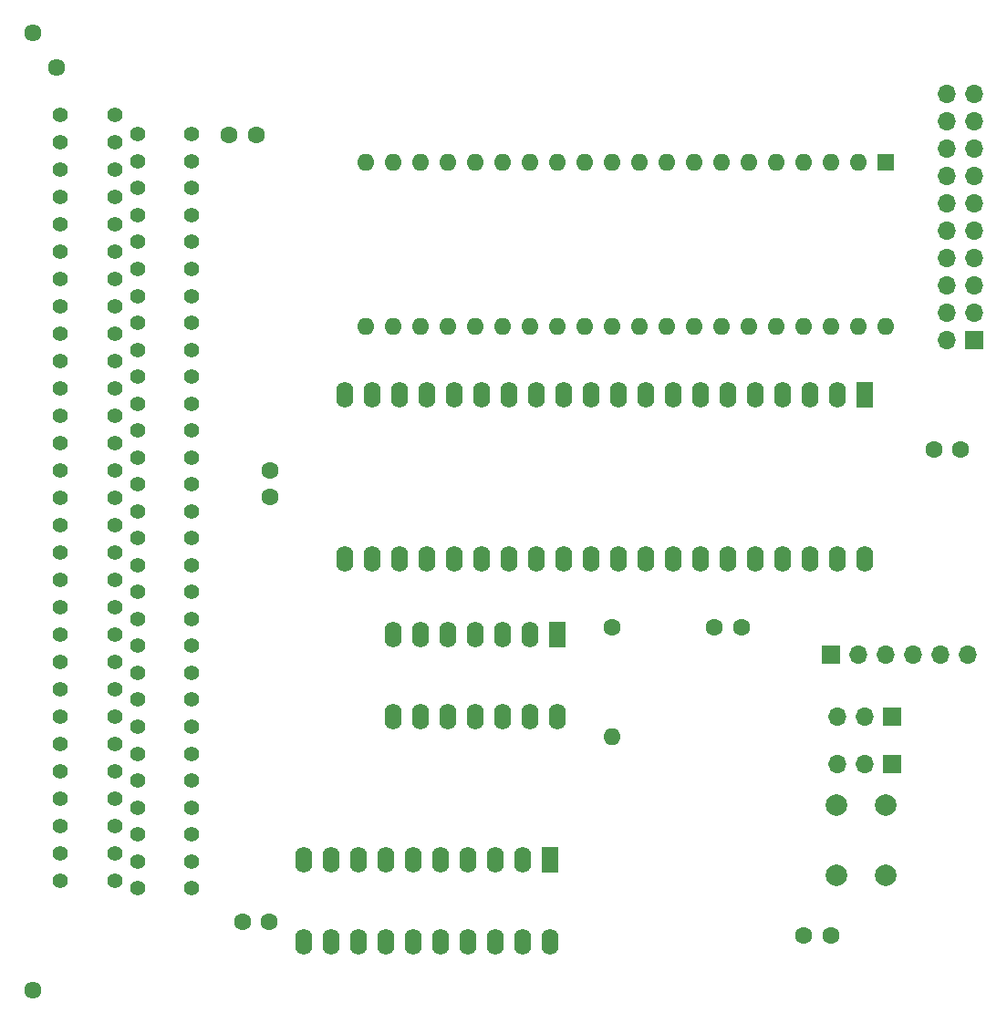
<source format=gbr>
%TF.GenerationSoftware,KiCad,Pcbnew,(5.1.10)-1*%
%TF.CreationDate,2022-02-23T07:42:32+01:00*%
%TF.ProjectId,VDIP2,56444950-322e-46b6-9963-61645f706362,rev?*%
%TF.SameCoordinates,Original*%
%TF.FileFunction,Soldermask,Top*%
%TF.FilePolarity,Negative*%
%FSLAX46Y46*%
G04 Gerber Fmt 4.6, Leading zero omitted, Abs format (unit mm)*
G04 Created by KiCad (PCBNEW (5.1.10)-1) date 2022-02-23 07:42:32*
%MOMM*%
%LPD*%
G01*
G04 APERTURE LIST*
%ADD10C,1.600000*%
%ADD11C,2.000000*%
%ADD12O,1.700000X1.700000*%
%ADD13R,1.700000X1.700000*%
%ADD14R,1.600000X2.400000*%
%ADD15O,1.600000X2.400000*%
%ADD16O,1.600000X1.600000*%
%ADD17R,1.600000X1.600000*%
%ADD18C,1.610000*%
%ADD19C,1.400000*%
G04 APERTURE END LIST*
D10*
%TO.C,C1006*%
X153670000Y-144780000D03*
X151170000Y-144780000D03*
%TD*%
%TO.C,C1005*%
X101560000Y-143510000D03*
X99060000Y-143510000D03*
%TD*%
%TO.C,C1004*%
X142875000Y-116205000D03*
X145375000Y-116205000D03*
%TD*%
%TO.C,C1003*%
X165735000Y-99695000D03*
X163235000Y-99695000D03*
%TD*%
%TO.C,C1002*%
X97830000Y-70485000D03*
X100330000Y-70485000D03*
%TD*%
%TO.C,C1001*%
X101600000Y-104100000D03*
X101600000Y-101600000D03*
%TD*%
D11*
%TO.C,SW1001*%
X158750000Y-139215000D03*
X154250000Y-139215000D03*
X158750000Y-132715000D03*
X154250000Y-132715000D03*
%TD*%
D12*
%TO.C,J1004*%
X154305000Y-128905000D03*
X156845000Y-128905000D03*
D13*
X159385000Y-128905000D03*
%TD*%
D14*
%TO.C,U1003*%
X156845000Y-94615000D03*
D15*
X108585000Y-109855000D03*
X154305000Y-94615000D03*
X111125000Y-109855000D03*
X151765000Y-94615000D03*
X113665000Y-109855000D03*
X149225000Y-94615000D03*
X116205000Y-109855000D03*
X146685000Y-94615000D03*
X118745000Y-109855000D03*
X144145000Y-94615000D03*
X121285000Y-109855000D03*
X141605000Y-94615000D03*
X123825000Y-109855000D03*
X139065000Y-94615000D03*
X126365000Y-109855000D03*
X136525000Y-94615000D03*
X128905000Y-109855000D03*
X133985000Y-94615000D03*
X131445000Y-109855000D03*
X131445000Y-94615000D03*
X133985000Y-109855000D03*
X128905000Y-94615000D03*
X136525000Y-109855000D03*
X126365000Y-94615000D03*
X139065000Y-109855000D03*
X123825000Y-94615000D03*
X141605000Y-109855000D03*
X121285000Y-94615000D03*
X144145000Y-109855000D03*
X118745000Y-94615000D03*
X146685000Y-109855000D03*
X116205000Y-94615000D03*
X149225000Y-109855000D03*
X113665000Y-94615000D03*
X151765000Y-109855000D03*
X111125000Y-94615000D03*
X154305000Y-109855000D03*
X108585000Y-94615000D03*
X156845000Y-109855000D03*
%TD*%
D12*
%TO.C,J1003*%
X154305000Y-124460000D03*
X156845000Y-124460000D03*
D13*
X159385000Y-124460000D03*
%TD*%
D14*
%TO.C,IC1001*%
X127635000Y-137795000D03*
D15*
X104775000Y-145415000D03*
X125095000Y-137795000D03*
X107315000Y-145415000D03*
X122555000Y-137795000D03*
X109855000Y-145415000D03*
X120015000Y-137795000D03*
X112395000Y-145415000D03*
X117475000Y-137795000D03*
X114935000Y-145415000D03*
X114935000Y-137795000D03*
X117475000Y-145415000D03*
X112395000Y-137795000D03*
X120015000Y-145415000D03*
X109855000Y-137795000D03*
X122555000Y-145415000D03*
X107315000Y-137795000D03*
X125095000Y-145415000D03*
X104775000Y-137795000D03*
X127635000Y-145415000D03*
%TD*%
D13*
%TO.C,J1001*%
X153670000Y-118745000D03*
D12*
X156210000Y-118745000D03*
X158750000Y-118745000D03*
X161290000Y-118745000D03*
X163830000Y-118745000D03*
X166370000Y-118745000D03*
%TD*%
D13*
%TO.C,J1002*%
X167005000Y-89535000D03*
D12*
X164465000Y-89535000D03*
X167005000Y-86995000D03*
X164465000Y-86995000D03*
X167005000Y-84455000D03*
X164465000Y-84455000D03*
X167005000Y-81915000D03*
X164465000Y-81915000D03*
X167005000Y-79375000D03*
X164465000Y-79375000D03*
X167005000Y-76835000D03*
X164465000Y-76835000D03*
X167005000Y-74295000D03*
X164465000Y-74295000D03*
X167005000Y-71755000D03*
X164465000Y-71755000D03*
X167005000Y-69215000D03*
X164465000Y-69215000D03*
X167005000Y-66675000D03*
X164465000Y-66675000D03*
%TD*%
D10*
%TO.C,R1001*%
X133350000Y-116205000D03*
D16*
X133350000Y-126365000D03*
%TD*%
D14*
%TO.C,U1001*%
X128270000Y-116840000D03*
D15*
X113030000Y-124460000D03*
X125730000Y-116840000D03*
X115570000Y-124460000D03*
X123190000Y-116840000D03*
X118110000Y-124460000D03*
X120650000Y-116840000D03*
X120650000Y-124460000D03*
X118110000Y-116840000D03*
X123190000Y-124460000D03*
X115570000Y-116840000D03*
X125730000Y-124460000D03*
X113030000Y-116840000D03*
X128270000Y-124460000D03*
%TD*%
D17*
%TO.C,U1002*%
X158750000Y-73025000D03*
D16*
X110490000Y-88265000D03*
X156210000Y-73025000D03*
X113030000Y-88265000D03*
X153670000Y-73025000D03*
X115570000Y-88265000D03*
X151130000Y-73025000D03*
X118110000Y-88265000D03*
X148590000Y-73025000D03*
X120650000Y-88265000D03*
X146050000Y-73025000D03*
X123190000Y-88265000D03*
X143510000Y-73025000D03*
X125730000Y-88265000D03*
X140970000Y-73025000D03*
X128270000Y-88265000D03*
X138430000Y-73025000D03*
X130810000Y-88265000D03*
X135890000Y-73025000D03*
X133350000Y-88265000D03*
X133350000Y-73025000D03*
X135890000Y-88265000D03*
X130810000Y-73025000D03*
X138430000Y-88265000D03*
X128270000Y-73025000D03*
X140970000Y-88265000D03*
X125730000Y-73025000D03*
X143510000Y-88265000D03*
X123190000Y-73025000D03*
X146050000Y-88265000D03*
X120650000Y-73025000D03*
X148590000Y-88265000D03*
X118110000Y-73025000D03*
X151130000Y-88265000D03*
X115570000Y-73025000D03*
X153670000Y-88265000D03*
X113030000Y-73025000D03*
X156210000Y-88265000D03*
X110490000Y-73025000D03*
X158750000Y-88265000D03*
%TD*%
D18*
%TO.C,X1001*%
X79603600Y-60960000D03*
X79603600Y-149860000D03*
D19*
X82143600Y-68580000D03*
X82143600Y-71120000D03*
X82143600Y-76200000D03*
X82143600Y-78740000D03*
X82143600Y-81280000D03*
X82143600Y-83820000D03*
X82143600Y-86360000D03*
X82143600Y-88900000D03*
X82143600Y-91440000D03*
X82143600Y-93980000D03*
X82143600Y-96520000D03*
X82143600Y-99060000D03*
X82143600Y-101600000D03*
X82143600Y-104140000D03*
X82143600Y-106680000D03*
X82143600Y-109220000D03*
X82143600Y-111760000D03*
X82143600Y-114300000D03*
X82143600Y-116840000D03*
X82143600Y-119380000D03*
X82143600Y-121920000D03*
X82143600Y-124460000D03*
X82143600Y-127000000D03*
X82143600Y-129540000D03*
X82143600Y-132080000D03*
X82143600Y-134620000D03*
X82143600Y-137160000D03*
X82143600Y-139700000D03*
X87223600Y-68580000D03*
X87223600Y-71120000D03*
X87223600Y-73660000D03*
X87223600Y-76200000D03*
X87223600Y-78740000D03*
X87223600Y-81280000D03*
X87223600Y-83820000D03*
X87223600Y-86360000D03*
X87223600Y-88900000D03*
X87223600Y-91440000D03*
X87223600Y-93980000D03*
X87223600Y-96520000D03*
X87223600Y-99060000D03*
X87223600Y-101600000D03*
X87223600Y-104140000D03*
X87223600Y-106680000D03*
X87223600Y-109220000D03*
X87223600Y-111760000D03*
X87223600Y-114300000D03*
X87223600Y-116840000D03*
X87223600Y-119380000D03*
X87223600Y-121920000D03*
X87223600Y-124460000D03*
X87223600Y-127000000D03*
X87223600Y-129540000D03*
X87223600Y-132080000D03*
X87223600Y-134620000D03*
X87223600Y-137160000D03*
X87223600Y-139700000D03*
D18*
X81835000Y-64160000D03*
D19*
X94335000Y-70410000D03*
X94335000Y-72910000D03*
X94335000Y-75410000D03*
X94335000Y-77910000D03*
X94335000Y-80410000D03*
X94335000Y-82910000D03*
X94335000Y-85410000D03*
X94335000Y-87910000D03*
X94335000Y-90410000D03*
X94335000Y-92910000D03*
X94335000Y-95410000D03*
X94335000Y-97910000D03*
X94335000Y-100410000D03*
X94335000Y-102910000D03*
X94335000Y-105410000D03*
X94335000Y-107910000D03*
X94335000Y-110410000D03*
X94335000Y-112910000D03*
X94335000Y-115410000D03*
X94335000Y-117910000D03*
X94335000Y-120410000D03*
X94335000Y-122910000D03*
X94335000Y-125410000D03*
X94335000Y-127910000D03*
X94335000Y-130410000D03*
X94335000Y-132910000D03*
X94335000Y-135410000D03*
X94335000Y-137910000D03*
X94335000Y-140410000D03*
X89335000Y-70410000D03*
X89335000Y-72910000D03*
X89335000Y-75410000D03*
X89335000Y-77910000D03*
X89335000Y-80410000D03*
X89335000Y-82910000D03*
X89335000Y-85410000D03*
X89335000Y-87910000D03*
X89335000Y-90410000D03*
X89335000Y-92910000D03*
X89335000Y-95410000D03*
X89335000Y-97910000D03*
X89335000Y-100410000D03*
X89335000Y-102910000D03*
X89335000Y-105410000D03*
X89335000Y-107910000D03*
X89335000Y-110410000D03*
X89335000Y-112910000D03*
X89335000Y-115410000D03*
X89335000Y-117910000D03*
X89335000Y-120410000D03*
X89335000Y-122910000D03*
X89335000Y-125410000D03*
X89335000Y-127910000D03*
X89335000Y-130410000D03*
X89335000Y-132910000D03*
X89335000Y-135410000D03*
X89335000Y-137910000D03*
X89335000Y-140410000D03*
X82143600Y-73660000D03*
%TD*%
M02*

</source>
